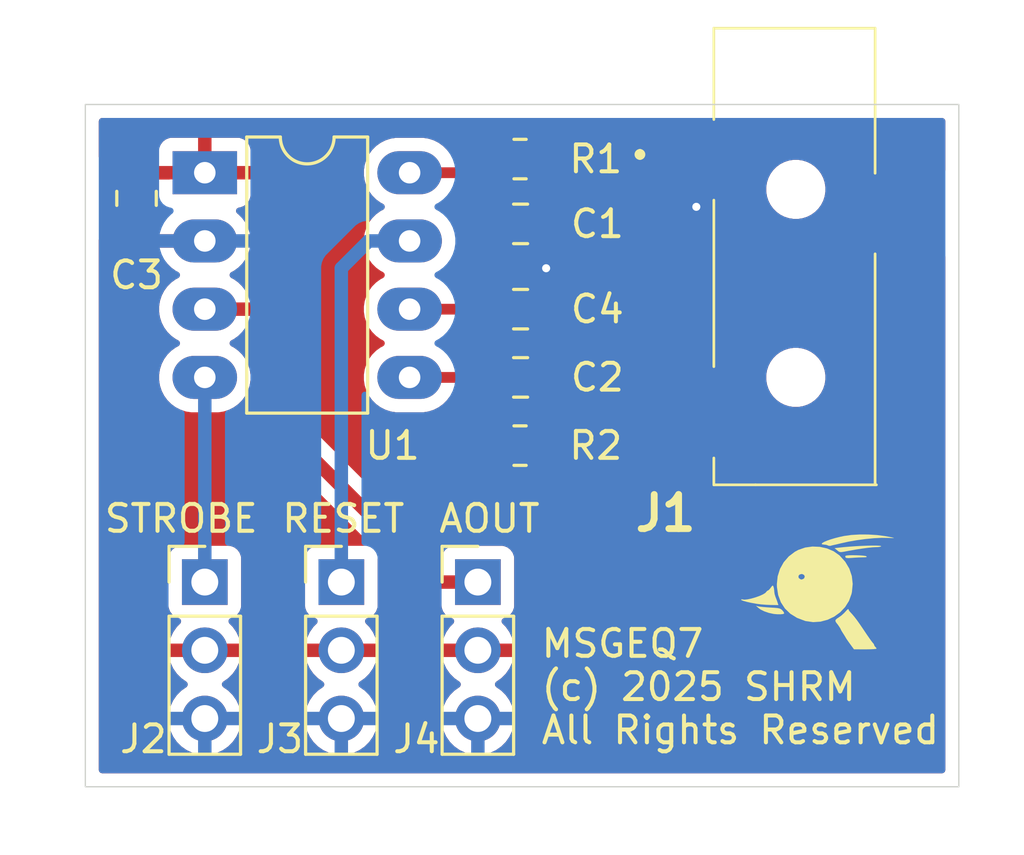
<source format=kicad_pcb>
(kicad_pcb (version 20240108) (generator "pcbnew") (generator_version "8.0")
  (layers (0 "F.Cu" signal) (31 "B.Cu" signal) (34 "B.Paste" user) (35 "F.Paste" user) (36 "B.SilkS" user "B.Silkscreen") (37 "F.SilkS" user "F.Silkscreen") (38 "B.Mask" user) (39 "F.Mask" user) (44 "Edge.Cuts" user))
  (net 0 "")
  (net 1 "GND")
  (net 2 "Net-(U1-CKIN)")
  (net 3 "Net-(C2-Pad1)")
  (net 4 "Net-(U1-IN)")
  (net 5 "+3.3V")
  (net 6 "Net-(U1-GND)")
  (net 7 "Net-(J1-TIP)")
  (net 9 "/STROBE")
  (net 10 "/RESET")
  (net 11 "/AOUT")
  (footprint "Capacitor_SMD:C_0805_2012Metric" (layer "F.Cu") (at 134.62 94.935 -90)
    (property "Reference" "C3" (at 2.855 0 180) (layer "F.SilkS"))
    (property "Value" "100nF" (hide yes))
    (fp_line (start -0.261252 0.735) (end 0.261252 0.735) (stroke (width 0.12)) (layer "F.SilkS"))
    (fp_line (start -0.261252 -0.735) (end 0.261252 -0.735) (stroke (width 0.12)) (layer "F.SilkS"))
    (pad "1" smd roundrect (at -0.95 0 270) (size 1 1.45) (layers "F.Cu" "F.Paste" "F.Mask") (net 5 "+3.3V"))
    (pad "2" smd roundrect (at 0.95 0 270) (size 1 1.45) (layers "F.Cu" "F.Paste" "F.Mask") (net 1 "GND"))
  )
  (footprint "Appreciate:LOGO Small" (layer "F.Cu") (at 160.02 109.474)
    (property "Reference" "REF**" (hide yes))
    (property "Value" "LOGO Small" (hide yes))
    (fp_poly (pts (xy 1.373233 -1.252933) (xy 1.51073 -1.247596) (xy 1.631621 -1.238651) (xy 1.719947 -1.226466) (xy 1.758521 -1.212921) (xy 1.769023 -1.190641) (xy 1.738199 -1.178305) (xy 1.656856 -1.173453) (xy 1.609526 -1.173058) (xy 1.469146 -1.169573) (xy 1.309184 -1.160852) (xy 1.211253 -1.153033) (xy 1.080632 -1.145606) (xy 1.004317 -1.15397) (xy 0.978178 -1.171223) (xy 0.96954 -1.218598) (xy 0.976355 -1.230886) (xy 1.020691 -1.243641) (xy 1.112254 -1.251322) (xy 1.235088 -1.254298)) (fill solid) (layer "F.SilkS"))
    (fp_poly (pts (xy -2.257553 0.652201) (xy -2.187091 0.663295) (xy -2.070955 0.675428) (xy -1.926832 0.68694) (xy -1.809205 0.694266) (xy -1.653049 0.703776) (xy -1.546381 0.71433) (xy -1.475307 0.729251) (xy -1.425933 0.75186) (xy -1.384368 0.785478) (xy -1.370379 0.799171) (xy -1.320224 0.86201) (xy -1.302998 0.910599) (xy -1.305305 0.918085) (xy -1.34761 0.936206) (xy -1.434964 0.945402) (xy -1.54955 0.945105) (xy -1.67355 0.93475) (xy -1.702621 0.930722) (xy -1.878791 0.892148) (xy -2.046978 0.834097) (xy -2.185556 0.764848) (xy -2.242371 0.724087) (xy -2.352684 0.629352)) (fill solid) (layer "F.SilkS"))
    (fp_poly (pts (xy 2.113529 -1.612956) (xy 2.227994 -1.608028) (xy 2.295237 -1.598176) (xy 2.30874 -1.585518) (xy 2.268515 -1.567943) (xy 2.185846 -1.556428) (xy 2.115173 -1.553808) (xy 1.983659 -1.547239) (xy 1.803859 -1.528767) (xy 1.589396 -1.500244) (xy 1.353894 -1.463519) (xy 1.110978 -1.420444) (xy 1.055456 -1.409827) (xy 0.921232 -1.384099) (xy 0.833459 -1.370926) (xy 0.776174 -1.371583) (xy 0.733419 -1.387349) (xy 0.689233 -1.419501) (xy 0.662668 -1.44126) (xy 0.570405 -1.516694) (xy 0.710234 -1.533172) (xy 0.915192 -1.554849) (xy 1.132945 -1.573567) (xy 1.354917 -1.589047) (xy 1.572535 -1.601006) (xy 1.777225 -1.609165) (xy 1.960414 -1.613242)) (fill solid) (layer "F.SilkS"))
    (fp_poly (pts (xy 1.827634 -2.02484) (xy 2.149354 -2.004754) (xy 2.428638 -1.968782) (xy 2.56816 -1.944348) (xy 2.682738 -1.922503) (xy 2.759029 -1.905904) (xy 2.783677 -1.898054) (xy 2.761392 -1.893352) (xy 2.690418 -1.893076) (xy 2.585332 -1.897221) (xy 2.568648 -1.898158) (xy 2.326491 -1.901289) (xy 2.040713 -1.886985) (xy 1.728084 -1.857171) (xy 1.405376 -1.813773) (xy 1.089361 -1.758717) (xy 0.802497 -1.695351) (xy 0.688544 -1.667613) (xy 0.586995 -1.644032) (xy 0.543833 -1.634676) (xy 0.464235 -1.615959) (xy 0.416991 -1.601841) (xy 0.355679 -1.603951) (xy 0.326842 -1.617076) (xy 0.259482 -1.640975) (xy 0.193944 -1.648453) (xy 0.114888 -1.656603) (xy 0.091175 -1.678049) (xy 0.116764 -1.710144) (xy 0.185616 -1.750238) (xy 0.29169 -1.795684) (xy 0.428945 -1.843833) (xy 0.591341 -1.892037) (xy 0.772838 -1.937646) (xy 0.929003 -1.970734) (xy 1.196295 -2.007858) (xy 1.502893 -2.025884)) (fill solid) (layer "F.SilkS"))
    (fp_poly (pts (xy -1.706157 -0.098666) (xy -1.685249 -0.028186) (xy -1.67277 0.063709) (xy -1.671344 0.101983) (xy -1.658463 0.192614) (xy -1.628031 0.290934) (xy -1.627487 0.292245) (xy -1.585926 0.399236) (xy -1.550966 0.499438) (xy -1.517868 0.602497) (xy -1.808434 0.598086) (xy -1.976494 0.591105) (xy -2.156311 0.576657) (xy -2.313431 0.557623) (xy -2.336829 0.553901) (xy -2.529325 0.518702) (xy -2.690939 0.483219) (xy -2.813264 0.449697) (xy -2.887896 0.420384) (xy -2.907615 0.401338) (xy -2.884404 0.386211) (xy -2.862099 0.391205) (xy -2.779933 0.40082) (xy -2.659948 0.387959) (xy -2.516752 0.357283) (xy -2.364952 0.31345) (xy -2.219157 0.26112) (xy -2.093974 0.204953) (xy -2.004013 0.149606) (xy -1.965572 0.105254) (xy -1.929058 0.066853) (xy -1.913274 0.06333) (xy -1.873096 0.039155) (xy -1.821648 -0.02008) (xy -1.813608 -0.03171) (xy -1.766747 -0.09437) (xy -1.733387 -0.125873) (xy -1.730102 -0.12675)) (fill solid) (layer "F.SilkS"))
    (fp_poly (pts (xy 0.025671 -1.565625) (xy 0.292865 -1.505977) (xy 0.538788 -1.400343) (xy 0.750834 -1.250438) (xy 0.760158 -1.241962) (xy 0.969832 -1.009562) (xy 1.12166 -0.753375) (xy 1.214415 -0.477375) (xy 1.246871 -0.185536) (xy 1.217802 0.118168) (xy 1.202047 0.190262) (xy 1.108848 0.447122) (xy 0.964851 0.676312) (xy 0.778424 0.872996) (xy 0.557936 1.032337) (xy 0.311758 1.149496) (xy 0.048259 1.219637) (xy -0.224193 1.237923) (xy -0.497227 1.199516) (xy -0.529338 1.19095) (xy -0.824576 1.07954) (xy -1.073816 0.925399) (xy -1.275151 0.73102) (xy -1.426672 0.498897) (xy -1.526471 0.231521) (xy -1.572638 -0.068613) (xy -1.57578 -0.176069) (xy -1.545777 -0.469817) (xy -1.542358 -0.480644) (xy -0.772056 -0.480644) (xy -0.765159 -0.416207) (xy -0.753516 -0.399037) (xy -0.693254 -0.356969) (xy -0.656179 -0.348814) (xy -0.590577 -0.371688) (xy -0.558842 -0.399037) (xy -0.537006 -0.463426) (xy -0.565568 -0.521108) (xy -0.632697 -0.553139) (xy -0.656179 -0.554931) (xy -0.731786 -0.533202) (xy -0.772056 -0.480644) (xy -1.542358 -0.480644) (xy -1.458908 -0.744942) (xy -1.319881 -0.993923) (xy -1.133405 -1.209237) (xy -0.904187 -1.383361) (xy -0.777475 -1.451471) (xy -0.522106 -1.54009) (xy -0.250188 -1.577569)) (fill solid) (layer "F.SilkS"))
    (fp_poly (pts (xy 1.08727 0.753121) (xy 1.108075 0.804896) (xy 1.143384 0.850559) (xy 1.229779 0.944312) (xy 1.314021 1.044918) (xy 1.404288 1.163249) (xy 1.50876 1.310174) (xy 1.635617 1.496563) (xy 1.684506 1.569663) (xy 1.78425 1.717382) (xy 1.873212 1.845563) (xy 1.944981 1.945253) (xy 1.993145 2.007493) (xy 2.009833 2.024178) (xy 2.03729 2.060575) (xy 2.039201 2.075789) (xy 2.061461 2.12897) (xy 2.086767 2.156305) (xy 2.12663 2.20208) (xy 2.134333 2.223608) (xy 2.10457 2.233803) (xy 2.023057 2.242178) (xy 1.901453 2.247988) (xy 1.751418 2.250484) (xy 1.71417 2.250512) (xy 1.294008 2.249587) (xy 1.151311 2.054533) (xy 1.080561 1.956296) (xy 1.024738 1.875959) (xy 0.994465 1.828861) (xy 0.992759 1.825557) (xy 0.967178 1.780665) (xy 0.919805 1.704357) (xy 0.889701 1.657497) (xy 0.839685 1.577327) (xy 0.808141 1.520543) (xy 0.802497 1.505589) (xy 0.785915 1.471465) (xy 0.746065 1.408532) (xy 0.697788 1.338676) (xy 0.655929 1.283778) (xy 0.641632 1.268415) (xy 0.616051 1.227929) (xy 0.603751 1.19905) (xy 0.607925 1.154888) (xy 0.658598 1.105243) (xy 0.722017 1.06468) (xy 0.8266 0.989783) (xy 0.932759 0.89313) (xy 0.973323 0.848651) (xy 1.034204 0.782378) (xy 1.075588 0.749448)) (fill solid) (layer "F.SilkS"))
  )
  (footprint "Capacitor_SMD:C_0805_2012Metric" (layer "F.Cu") (at 148.91 101.6 180)
    (property "Reference" "C2" (at -2.855 0 0) (layer "F.SilkS"))
    (property "Value" "10nF" (hide yes))
    (fp_line (start -0.261252 0.735) (end 0.261252 0.735) (stroke (width 0.12)) (layer "F.SilkS"))
    (fp_line (start -0.261252 -0.735) (end 0.261252 -0.735) (stroke (width 0.12)) (layer "F.SilkS"))
    (pad "1" smd roundrect (at -0.95 0 180) (size 1 1.45) (layers "F.Cu" "F.Paste" "F.Mask") (net 3 "Net-(C2-Pad1)"))
    (pad "2" smd roundrect (at 0.95 0 180) (size 1 1.45) (layers "F.Cu" "F.Paste" "F.Mask") (net 4 "Net-(U1-IN)"))
  )
  (footprint "Resistor_SMD:R_0805_2012Metric" (layer "F.Cu") (at 148.89 104.14)
    (property "Reference" "R2" (at 2.8175 0 0) (layer "F.SilkS"))
    (property "Value" "22k" (hide yes))
    (fp_line (start -0.227064 -0.735) (end 0.227064 -0.735) (stroke (width 0.12)) (layer "F.SilkS"))
    (fp_line (start -0.227064 0.735) (end 0.227064 0.735) (stroke (width 0.12)) (layer "F.SilkS"))
    (pad "1" smd roundrect (at -0.9125 0) (size 1.025 1.4) (layers "F.Cu" "F.Paste" "F.Mask") (roundrect_rratio 0.243902) (net 7 "Net-(J1-TIP)"))
    (pad "2" smd roundrect (at 0.9125 0) (size 1.025 1.4) (layers "F.Cu" "F.Paste" "F.Mask") (roundrect_rratio 0.243902) (net 3 "Net-(C2-Pad1)"))
  )
  (footprint "Appreciate:SJ3523SMTTR" (layer "F.Cu") (at 159.15 91.1 -90)
    (property "Reference" "J1" (at 15.555 4.845 180) (layer "F.SilkS") (effects (font (size 1.27 1.27) (thickness 0.254))))
    (property "Value" "SJ-3523-SMT-TR" (hide yes))
    (fp_line (start 2.1 5.8) (end 2.1 5.8) (stroke (width 0.2)) (layer "F.SilkS"))
    (fp_line (start 2.3 5.8) (end 2.3 5.8) (stroke (width 0.2)) (layer "F.SilkS"))
    (fp_line (start -2.5 3.05) (end 0.9 3.05) (stroke (width 0.1)) (layer "F.SilkS"))
    (fp_line (start 3.9 3.05) (end 10.1 3.05) (stroke (width 0.1)) (layer "F.SilkS"))
    (fp_line (start 13.5 3.05) (end 14.5 3.05) (stroke (width 0.1)) (layer "F.SilkS"))
    (fp_line (start 14.5 3.05) (end 14.5 1.5) (stroke (width 0.1)) (layer "F.SilkS"))
    (fp_line (start -2.5 -2.95) (end -2.5 3.05) (stroke (width 0.1)) (layer "F.SilkS"))
    (fp_line (start 2.9 -2.95) (end -2.5 -2.95) (stroke (width 0.1)) (layer "F.SilkS"))
    (fp_line (start 5.9 -2.95) (end 14.5 -2.95) (stroke (width 0.1)) (layer "F.SilkS"))
    (fp_line (start 14.5 -3) (end 14.5 1.5) (stroke (width 0.1)) (layer "F.SilkS"))
    (fp_arc (start 2.1 5.8) (mid 2.2 5.7) (end 2.3 5.8) (stroke (width 0.2)) (layer "F.SilkS"))
    (fp_arc (start 2.3 5.8) (mid 2.2 5.9) (end 2.1 5.8) (stroke (width 0.2)) (layer "F.SilkS"))
    (pad "" np_thru_hole circle (at 3.5 0 270) (size 1.7 1.7) (drill 1.7) (layers "*.Cu" "*.Mask"))
    (pad "" np_thru_hole circle (at 10.5 0 270) (size 1.7 1.7) (drill 1.7) (layers "*.Cu" "*.Mask"))
    (pad "1" smd rect (at 2.4 3.7 270) (size 2.2 2.8) (layers "F.Cu" "F.Paste" "F.Mask") (net 1 "GND"))
    (pad "2" smd rect (at 11.8 3.8) (size 2.6 2.8) (layers "F.Cu" "F.Paste" "F.Mask") (net 7 "Net-(J1-TIP)"))
    (pad "3" smd rect (at 4.4 -3.7 270) (size 2.2 2.8) (layers "F.Cu" "F.Paste" "F.Mask"))
  )
  (footprint "Connector_PinHeader_2.54mm:PinHeader_1x03_P2.54mm_Vertical" (layer "F.Cu") (at 147.32 109.22)
    (property "Reference" "J4" (at -2.286 5.842 0) (layer "F.SilkS"))
    (property "Value" "Conn_01x03" (hide yes))
    (fp_line (start -1.33 -1.33) (end 0 -1.33) (stroke (width 0.12)) (layer "F.SilkS"))
    (fp_line (start -1.33 0) (end -1.33 -1.33) (stroke (width 0.12)) (layer "F.SilkS"))
    (fp_line (start -1.33 1.27) (end -1.33 6.41) (stroke (width 0.12)) (layer "F.SilkS"))
    (fp_line (start -1.33 1.27) (end 1.33 1.27) (stroke (width 0.12)) (layer "F.SilkS"))
    (fp_line (start -1.33 6.41) (end 1.33 6.41) (stroke (width 0.12)) (layer "F.SilkS"))
    (fp_line (start 1.33 1.27) (end 1.33 6.41) (stroke (width 0.12)) (layer "F.SilkS"))
    (pad "1" thru_hole rect (at 0 0) (size 1.7 1.7) (drill 1) (layers "*.Cu" "*.Mask") (net 11 "/AOUT"))
    (pad "2" thru_hole oval (at 0 2.54) (size 1.7 1.7) (drill 1) (layers "*.Cu" "*.Mask") (net 5 "+3.3V"))
    (pad "3" thru_hole oval (at 0 5.08) (size 1.7 1.7) (drill 1) (layers "*.Cu" "*.Mask") (net 1 "GND"))
  )
  (footprint "Connector_PinHeader_2.54mm:PinHeader_1x03_P2.54mm_Vertical" (layer "F.Cu") (at 137.16 109.22)
    (property "Reference" "J2" (at -2.286 5.842 0) (layer "F.SilkS"))
    (property "Value" "Conn_01x03" (hide yes))
    (fp_line (start -1.33 -1.33) (end 0 -1.33) (stroke (width 0.12)) (layer "F.SilkS"))
    (fp_line (start -1.33 0) (end -1.33 -1.33) (stroke (width 0.12)) (layer "F.SilkS"))
    (fp_line (start -1.33 1.27) (end -1.33 6.41) (stroke (width 0.12)) (layer "F.SilkS"))
    (fp_line (start -1.33 1.27) (end 1.33 1.27) (stroke (width 0.12)) (layer "F.SilkS"))
    (fp_line (start -1.33 6.41) (end 1.33 6.41) (stroke (width 0.12)) (layer "F.SilkS"))
    (fp_line (start 1.33 1.27) (end 1.33 6.41) (stroke (width 0.12)) (layer "F.SilkS"))
    (pad "1" thru_hole rect (at 0 0) (size 1.7 1.7) (drill 1) (layers "*.Cu" "*.Mask") (net 9 "/STROBE"))
    (pad "2" thru_hole oval (at 0 2.54) (size 1.7 1.7) (drill 1) (layers "*.Cu" "*.Mask") (net 5 "+3.3V"))
    (pad "3" thru_hole oval (at 0 5.08) (size 1.7 1.7) (drill 1) (layers "*.Cu" "*.Mask") (net 1 "GND"))
  )
  (footprint "Capacitor_SMD:C_0805_2012Metric" (layer "F.Cu") (at 148.91 99.06)
    (property "Reference" "C4" (at 2.855 0 0) (layer "F.SilkS"))
    (property "Value" "100nF" (hide yes))
    (fp_line (start -0.261252 -0.735) (end 0.261252 -0.735) (stroke (width 0.12)) (layer "F.SilkS"))
    (fp_line (start -0.261252 0.735) (end 0.261252 0.735) (stroke (width 0.12)) (layer "F.SilkS"))
    (pad "1" smd roundrect (at -0.95 0) (size 1 1.45) (layers "F.Cu" "F.Paste" "F.Mask") (net 6 "Net-(U1-GND)"))
    (pad "2" smd roundrect (at 0.95 0) (size 1 1.45) (layers "F.Cu" "F.Paste" "F.Mask") (net 1 "GND"))
  )
  (footprint "Package_DIP:DIP-8_W7.62mm_LongPads" (layer "F.Cu") (at 137.16 93.98)
    (property "Reference" "U1" (at 6.985 10.16 0) (layer "F.SilkS"))
    (property "Value" "MSGEQ7" (hide yes))
    (fp_line (start 1.56 -1.33) (end 1.56 8.95) (stroke (width 0.12)) (layer "F.SilkS"))
    (fp_line (start 1.56 8.95) (end 6.06 8.95) (stroke (width 0.12)) (layer "F.SilkS"))
    (fp_line (start 2.81 -1.33) (end 1.56 -1.33) (stroke (width 0.12)) (layer "F.SilkS"))
    (fp_line (start 6.06 -1.33) (end 4.81 -1.33) (stroke (width 0.12)) (layer "F.SilkS"))
    (fp_line (start 6.06 8.95) (end 6.06 -1.33) (stroke (width 0.12)) (layer "F.SilkS"))
    (fp_arc (start 4.81 -1.33) (mid 3.81 -0.33) (end 2.81 -1.33) (stroke (width 0.12)) (layer "F.SilkS"))
    (pad "1" thru_hole rect (at 0 0) (size 2.4 1.6) (drill 0.8) (layers "*.Cu" "*.Mask") (net 5 "+3.3V"))
    (pad "2" thru_hole oval (at 0 2.54) (size 2.4 1.6) (drill 0.8) (layers "*.Cu" "*.Mask") (net 1 "GND"))
    (pad "3" thru_hole oval (at 0 5.08) (size 2.4 1.6) (drill 0.8) (layers "*.Cu" "*.Mask") (net 11 "/AOUT"))
    (pad "4" thru_hole oval (at 0 7.62) (size 2.4 1.6) (drill 0.8) (layers "*.Cu" "*.Mask") (net 9 "/STROBE"))
    (pad "5" thru_hole oval (at 7.62 7.62) (size 2.4 1.6) (drill 0.8) (layers "*.Cu" "*.Mask") (net 4 "Net-(U1-IN)"))
    (pad "6" thru_hole oval (at 7.62 5.08) (size 2.4 1.6) (drill 0.8) (layers "*.Cu" "*.Mask") (net 6 "Net-(U1-GND)"))
    (pad "7" thru_hole oval (at 7.62 2.54) (size 2.4 1.6) (drill 0.8) (layers "*.Cu" "*.Mask") (net 10 "/RESET"))
    (pad "8" thru_hole oval (at 7.62 0) (size 2.4 1.6) (drill 0.8) (layers "*.Cu" "*.Mask") (net 2 "Net-(U1-CKIN)"))
  )
  (footprint "Capacitor_SMD:C_0805_2012Metric" (layer "F.Cu") (at 148.91 95.885)
    (property "Reference" "C1" (at 2.855 0 0) (layer "F.SilkS"))
    (property "Value" "30pF" (hide yes))
    (fp_line (start -0.261252 -0.735) (end 0.261252 -0.735) (stroke (width 0.12)) (layer "F.SilkS"))
    (fp_line (start -0.261252 0.735) (end 0.261252 0.735) (stroke (width 0.12)) (layer "F.SilkS"))
    (pad "1" smd roundrect (at -0.95 0) (size 1 1.45) (layers "F.Cu" "F.Paste" "F.Mask") (net 2 "Net-(U1-CKIN)"))
    (pad "2" smd roundrect (at 0.95 0) (size 1 1.45) (layers "F.Cu" "F.Paste" "F.Mask") (net 1 "GND"))
  )
  (footprint "Connector_PinHeader_2.54mm:PinHeader_1x03_P2.54mm_Vertical" (layer "F.Cu") (at 142.24 109.22)
    (property "Reference" "J3" (at -2.286 5.842 0) (layer "F.SilkS"))
    (property "Value" "Conn_01x03" (hide yes))
    (fp_line (start -1.33 -1.33) (end 0 -1.33) (stroke (width 0.12)) (layer "F.SilkS"))
    (fp_line (start -1.33 0) (end -1.33 -1.33) (stroke (width 0.12)) (layer "F.SilkS"))
    (fp_line (start -1.33 1.27) (end -1.33 6.41) (stroke (width 0.12)) (layer "F.SilkS"))
    (fp_line (start -1.33 1.27) (end 1.33 1.27) (stroke (width 0.12)) (layer "F.SilkS"))
    (fp_line (start -1.33 6.41) (end 1.33 6.41) (stroke (width 0.12)) (layer "F.SilkS"))
    (fp_line (start 1.33 1.27) (end 1.33 6.41) (stroke (width 0.12)) (layer "F.SilkS"))
    (pad "1" thru_hole rect (at 0 0) (size 1.7 1.7) (drill 1) (layers "*.Cu" "*.Mask") (net 10 "/RESET"))
    (pad "2" thru_hole oval (at 0 2.54) (size 1.7 1.7) (drill 1) (layers "*.Cu" "*.Mask") (net 5 "+3.3V"))
    (pad "3" thru_hole oval (at 0 5.08) (size 1.7 1.7) (drill 1) (layers "*.Cu" "*.Mask") (net 1 "GND"))
  )
  (footprint "Resistor_SMD:R_0805_2012Metric" (layer "F.Cu") (at 148.89 93.472 180)
    (property "Reference" "R1" (at -2.8175 0 0) (layer "F.SilkS"))
    (property "Value" "200k" (hide yes))
    (fp_line (start -0.227064 0.735) (end 0.227064 0.735) (stroke (width 0.12)) (layer "F.SilkS"))
    (fp_line (start -0.227064 -0.735) (end 0.227064 -0.735) (stroke (width 0.12)) (layer "F.SilkS"))
    (pad "1" smd roundrect (at -0.9125 0 180) (size 1.025 1.4) (layers "F.Cu" "F.Paste" "F.Mask") (roundrect_rratio 0.243902) (net 5 "+3.3V"))
    (pad "2" smd roundrect (at 0.9125 0 180) (size 1.025 1.4) (layers "F.Cu" "F.Paste" "F.Mask") (roundrect_rratio 0.243902) (net 2 "Net-(U1-CKIN)"))
  )
  (gr_rect (start 132.715 91.44) (end 165.215 116.84) (stroke (width 0.05)) (fill none) (layer "Edge.Cuts"))
  (gr_text "STROBE" (at 133.35 107.442 0) (layer "F.SilkS") (effects (font (size 1 1)) (justify left bottom)))
  (gr_text "MSGEQ7\n(c) 2025 SHRM\nAll Rights Reserved" (at 149.606 115.316 0) (layer "F.SilkS") (effects (font (size 1 1)) (justify left bottom)))
  (gr_text "RESET" (at 139.954 107.442 0) (layer "F.SilkS") (effects (font (size 1 1)) (justify left bottom)))
  (gr_text "AOUT" (at 145.796 107.442 0) (layer "F.SilkS") (effects (font (size 1 1)) (justify left bottom)))
  (segment (start 135.128 96.52) (end 137.16 96.52) (width 0.5) (layer "F.Cu") (net 1))
  (segment (start 155.45 93.5) (end 155.45 95.248) (width 0.5) (layer "F.Cu") (net 1))
  (segment (start 134.62 96.012) (end 135.128 96.52) (width 0.5) (layer "F.Cu") (net 1))
  (segment (start 149.86 95.885) (end 149.86 99.06) (width 0.5) (layer "F.Cu") (net 1))
  (segment (start 155.45 95.248) (end 155.448 95.25) (width 0.2) (layer "F.Cu") (net 1))
  (segment (start 134.62 95.885) (end 134.62 96.012) (width 0.5) (layer "F.Cu") (net 1))
  (via (at 149.86 97.536) (size 0.6) (drill 0.3) (layers "F.Cu" "B.Cu") (net 1))
  (via (at 155.448 95.25) (size 0.6) (drill 0.3) (layers "F.Cu" "B.Cu") (net 1))
  (segment (start 147.96 93.4895) (end 147.96 95.885) (width 0.4) (layer "F.Cu") (net 2))
  (segment (start 147.066 93.472) (end 147.9775 93.472) (width 0.4) (layer "F.Cu") (net 2))
  (segment (start 144.78 93.98) (end 146.558 93.98) (width 0.4) (layer "F.Cu") (net 2))
  (segment (start 146.558 93.98) (end 147.066 93.472) (width 0.4) (layer "F.Cu") (net 2))
  (segment (start 149.8025 101.9115) (end 149.8025 104.14) (width 0.4) (layer "F.Cu") (net 3))
  (segment (start 149.86 101.854) (end 149.8025 101.9115) (width 0.4) (layer "F.Cu") (net 3))
  (segment (start 149.86 101.6) (end 149.86 101.854) (width 0.4) (layer "F.Cu") (net 3))
  (segment (start 144.78 101.6) (end 147.96 101.6) (width 0.4) (layer "F.Cu") (net 4))
  (segment (start 144.78 99.06) (end 147.96 99.06) (width 0.4) (layer "F.Cu") (net 6))
  (segment (start 147.9775 104.14) (end 147.9775 105.3055) (width 0.4) (layer "F.Cu") (net 7))
  (segment (start 152.586 105.664) (end 155.35 102.9) (width 0.4) (layer "F.Cu") (net 7))
  (segment (start 148.336 105.664) (end 152.586 105.664) (width 0.4) (layer "F.Cu") (net 7))
  (segment (start 147.9775 105.3055) (end 148.336 105.664) (width 0.4) (layer "F.Cu") (net 7))
  (segment (start 137.16 109.22) (end 137.16 101.6) (width 0.5) (layer "B.Cu") (net 9))
  (segment (start 142.24 109.22) (end 142.24 97.536) (width 0.5) (layer "B.Cu") (net 10))
  (segment (start 142.24 97.536) (end 143.256 96.52) (width 0.5) (layer "B.Cu") (net 10))
  (segment (start 143.256 96.52) (end 144.78 96.52) (width 0.5) (layer "B.Cu") (net 10))
  (segment (start 137.16 99.06) (end 139.192 99.06) (width 0.5) (layer "F.Cu") (net 11))
  (segment (start 145.796 109.22) (end 147.32 109.22) (width 0.5) (layer "F.Cu") (net 11))
  (segment (start 140.208 100.076) (end 140.208 103.632) (width 0.5) (layer "F.Cu") (net 11))
  (segment (start 139.192 99.06) (end 140.208 100.076) (width 0.5) (layer "F.Cu") (net 11))
  (segment (start 140.208 103.632) (end 145.796 109.22) (width 0.5) (layer "F.Cu") (net 11))
  (zone (net 5) (net_name "+3.3V") (layer "F.Cu") (connect_pads (clearance 0.5)) (min_thickness 0.25) (fill yes (thermal_gap 0.5) (thermal_bridge_width 0.5))
    (polygon (pts (xy 129.54 88.9) (xy 129.54 119.38) (xy 167.64 119.38) (xy 167.64 88.9)))
  )
  (zone (net 1) (net_name "GND") (layer "B.Cu") (connect_pads (clearance 0.5)) (min_thickness 0.25) (fill yes (thermal_gap 0.5) (thermal_bridge_width 0.5))
    (polygon (pts (xy 129.54 88.9) (xy 129.54 119.38) (xy 167.64 119.38) (xy 167.64 88.9)))
  )
)
</source>
